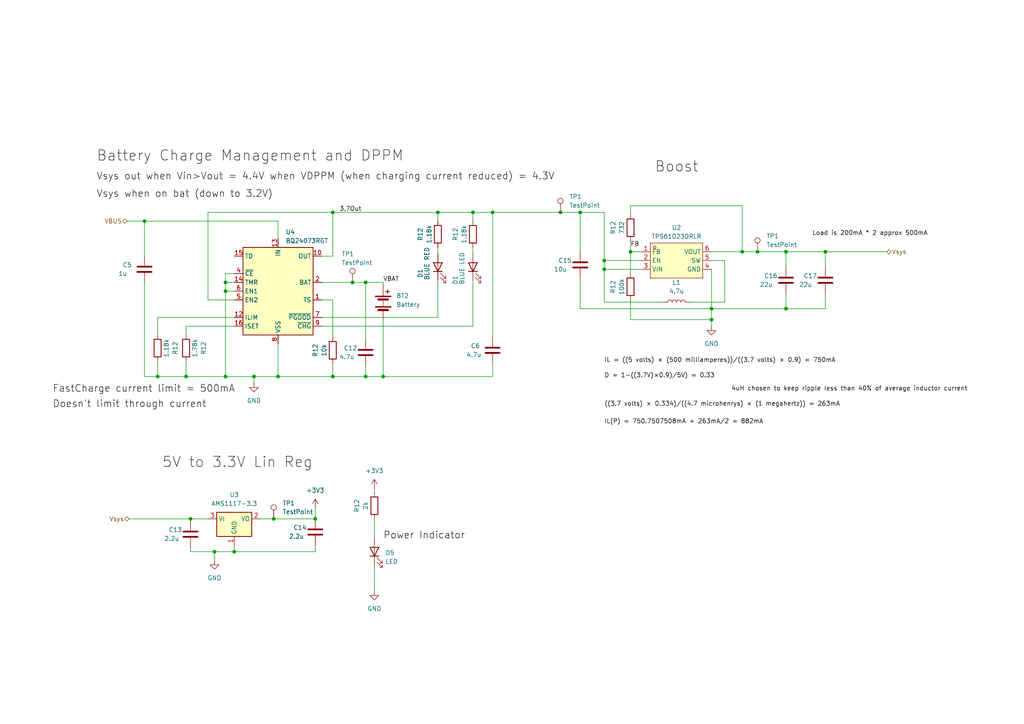
<source format=kicad_sch>
(kicad_sch (version 20230121) (generator eeschema)
  (paper "A4")
  (lib_symbols
    (symbol "Battery_Management:BQ24073RGT"
      (property "Reference" "U" (at -8.89 13.97 0))
      (property "Value" "BQ24073RGT" (at 16.51 13.97 0))
      (symbol "BQ24073RGT_0_1"
        (rectangle (start -10.16 12.7) (end 10.16 -12.7) (stroke (width 0.254)) (fill (type background)))
      )
      (symbol "BQ24073RGT_1_1"
        (pin passive line (at 12.7 -2.54 180) (length 2.54) (name "TS") (number "1"))
        (pin power_out line (at 12.7 10.16 180) (length 2.54) (name "OUT") (number "10"))
        (pin passive line (at 12.7 10.16 180) (length 2.54) hide (name "OUT") (number "11"))
        (pin passive line (at -12.7 -7.62 0) (length 2.54) (name "ILIM") (number "12"))
        (pin power_in line (at 0 15.24 270) (length 2.54) (name "IN") (number "13"))
        (pin input line (at -12.7 2.54 0) (length 2.54) (name "TMR") (number "14"))
        (pin input line (at -12.7 10.16 0) (length 2.54) (name "TD") (number "15"))
        (pin passive line (at -12.7 -10.16 0) (length 2.54) (name "ISET") (number "16"))
        (pin passive line (at 0 -15.24 90) (length 2.54) hide (name "VSS") (number "17"))
        (pin power_out line (at 12.7 2.54 180) (length 2.54) (name "BAT") (number "2"))
        (pin passive line (at 12.7 2.54 180) (length 2.54) hide (name "BAT") (number "3"))
        (pin input line (at -12.7 5.08 0) (length 2.54) (name "~{CE}") (number "4"))
        (pin input line (at -12.7 -2.54 0) (length 2.54) (name "EN2") (number "5"))
        (pin input line (at -12.7 0 0) (length 2.54) (name "EN1") (number "6"))
        (pin open_collector line (at 12.7 -7.62 180) (length 2.54) (name "~{PGOOD}") (number "7"))
        (pin power_in line (at 0 -15.24 90) (length 2.54) (name "VSS") (number "8"))
        (pin open_collector line (at 12.7 -10.16 180) (length 2.54) (name "~{CHG}") (number "9"))
      )
    )
    (symbol "Connector:TestPoint" (pin_numbers hide) (pin_names (offset 0.762) hide)
      (property "Reference" "TP" (at 0 6.858 0))
      (property "Value" "TestPoint" (at 0 5.08 0))
      (symbol "TestPoint_0_1"
        (circle (center 0 3.302) (radius 0.762))
      )
      (symbol "TestPoint_1_1"
        (pin passive line (at 0 0 90) (length 2.54) (name "1") (number "1"))
      )
    )
    (symbol "Device:Battery" (pin_numbers hide) (pin_names (offset 0) hide)
      (property "Reference" "BT" (at 2.54 2.54 0))
      (property "Value" "Battery" (at 2.54 0 0))
      (symbol "Battery_0_1"
        (rectangle (start -2.286 -1.27) (end 2.286 -1.524) (fill (type outline)))
        (rectangle (start -2.286 1.778) (end 2.286 1.524) (fill (type outline)))
        (rectangle (start -1.524 -2.032) (end 1.524 -2.54) (fill (type outline)))
        (rectangle (start -1.524 1.016) (end 1.524 0.508) (fill (type outline)))
        (polyline (pts (xy 0 -1.016) (xy 0 -0.762)))
        (polyline (pts (xy 0 -0.508) (xy 0 -0.254)))
        (polyline (pts (xy 0 0) (xy 0 0.254)))
        (polyline (pts (xy 0 1.778) (xy 0 2.54)))
        (polyline (pts (xy 0.762 3.048) (xy 1.778 3.048)) (stroke (width 0.254)))
        (polyline (pts (xy 1.27 3.556) (xy 1.27 2.54)) (stroke (width 0.254)))
      )
      (symbol "Battery_1_1"
        (pin passive line (at 0 5.08 270) (length 2.54) (name "+") (number "1"))
        (pin passive line (at 0 -5.08 90) (length 2.54) (name "-") (number "2"))
      )
    )
    (symbol "Device:C" (pin_numbers hide) (pin_names (offset 0.254))
      (property "Reference" "C" (at 0.635 2.54 0))
      (property "Value" "C" (at 0.635 -2.54 0))
      (symbol "C_0_1"
        (polyline (pts (xy -2.032 -0.762) (xy 2.032 -0.762)) (stroke (width 0.508)))
        (polyline (pts (xy -2.032 0.762) (xy 2.032 0.762)) (stroke (width 0.508)))
      )
      (symbol "C_1_1"
        (pin passive line (at 0 3.81 270) (length 2.794) (name "~") (number "1"))
        (pin passive line (at 0 -3.81 90) (length 2.794) (name "~") (number "2"))
      )
    )
    (symbol "Device:L" (pin_numbers hide) (pin_names (offset 1.016) hide)
      (property "Reference" "L" (at -1.27 0 90))
      (property "Value" "L" (at 1.905 0 90))
      (symbol "L_0_1"
        (arc (start 0 -2.54) (mid 0.6323 -1.905) (end 0 -1.27))
        (arc (start 0 -1.27) (mid 0.6323 -0.635) (end 0 0))
        (arc (start 0 0) (mid 0.6323 0.635) (end 0 1.27))
        (arc (start 0 1.27) (mid 0.6323 1.905) (end 0 2.54))
      )
      (symbol "L_1_1"
        (pin passive line (at 0 3.81 270) (length 1.27) (name "1") (number "1"))
        (pin passive line (at 0 -3.81 90) (length 1.27) (name "2") (number "2"))
      )
    )
    (symbol "Device:LED" (pin_numbers hide) (pin_names (offset 1.016) hide)
      (property "Reference" "D" (at 0 2.54 0))
      (property "Value" "LED" (at 0 -2.54 0))
      (symbol "LED_0_1"
        (polyline (pts (xy -1.27 -1.27) (xy -1.27 1.27)) (stroke (width 0.254)))
        (polyline (pts (xy -1.27 0) (xy 1.27 0)))
        (polyline (pts (xy 1.27 -1.27) (xy 1.27 1.27) (xy -1.27 0) (xy 1.27 -1.27)) (stroke (width 0.254)))
        (polyline (pts (xy -3.048 -0.762) (xy -4.572 -2.286) (xy -3.81 -2.286) (xy -4.572 -2.286) (xy -4.572 -1.524)))
        (polyline (pts (xy -1.778 -0.762) (xy -3.302 -2.286) (xy -2.54 -2.286) (xy -3.302 -2.286) (xy -3.302 -1.524)))
      )
      (symbol "LED_1_1"
        (pin passive line (at -3.81 0 0) (length 2.54) (name "K") (number "1"))
        (pin passive line (at 3.81 0 180) (length 2.54) (name "A") (number "2"))
      )
    )
    (symbol "Device:R" (pin_numbers hide) (pin_names (offset 0))
      (property "Reference" "R" (at 2.032 0 90))
      (property "Value" "R" (at 0 0 90))
      (symbol "R_0_1"
        (rectangle (start -1.016 -2.54) (end 1.016 2.54) (stroke (width 0.254)))
      )
      (symbol "R_1_1"
        (pin passive line (at 0 3.81 270) (length 1.27) (name "~") (number "1"))
        (pin passive line (at 0 -3.81 90) (length 1.27) (name "~") (number "2"))
      )
    )
    (symbol "Regulator_Linear:AMS1117-3.3"
      (property "Reference" "U" (at -3.81 3.175 0))
      (property "Value" "AMS1117-3.3" (at 0 3.175 0))
      (symbol "AMS1117-3.3_0_1"
        (rectangle (start -5.08 -5.08) (end 5.08 1.905) (stroke (width 0.254)) (fill (type background)))
      )
      (symbol "AMS1117-3.3_1_1"
        (pin power_in line (at 0 -7.62 90) (length 2.54) (name "GND") (number "1"))
        (pin power_out line (at 7.62 0 180) (length 2.54) (name "VO") (number "2"))
        (pin power_in line (at -7.62 0 0) (length 2.54) (name "VI") (number "3"))
      )
    )
    (symbol "easyeda2kicad:TPS61023DRLR"
      (property "Reference" "U" (at 0 7.62 0))
      (property "Value" "TPS61023DRLR" (at 0 -7.62 0))
      (symbol "TPS61023DRLR_0_1"
        (rectangle (start -7.62 5.08) (end 7.62 -5.08) (fill (type background)))
        (circle (center -6.35 3.81) (radius 0.38))
        (pin unspecified line (at -10.16 2.54 0) (length 2.54) (name "FB") (number "1"))
        (pin unspecified line (at -10.16 0 0) (length 2.54) (name "EN") (number "2"))
        (pin unspecified line (at -10.16 -2.54 0) (length 2.54) (name "VIN") (number "3"))
        (pin unspecified line (at 10.16 -2.54 180) (length 2.54) (name "GND") (number "4"))
        (pin unspecified line (at 10.16 0 180) (length 2.54) (name "SW") (number "5"))
        (pin unspecified line (at 10.16 2.54 180) (length 2.54) (name "VOUT") (number "6"))
      )
    )
    (symbol "power:+3V3" (power) (pin_names (offset 0))
      (property "Value" "+3V3" (at 0 3.556 0))
      (symbol "+3V3_0_1"
        (polyline (pts (xy -0.762 1.27) (xy 0 2.54)))
        (polyline (pts (xy 0 0) (xy 0 2.54)))
        (polyline (pts (xy 0 2.54) (xy 0.762 1.27)))
      )
      (symbol "+3V3_1_1"
        (pin power_in line (at 0 0 90) (length 0) hide (name "+3V3") (number "1"))
      )
    )
    (symbol "power:GND" (power) (pin_names (offset 0))
      (property "Value" "GND" (at 0 -3.81 0))
      (symbol "GND_0_1"
        (polyline (pts (xy 0 0) (xy 0 -1.27) (xy 1.27 -1.27) (xy 0 -2.54) (xy -1.27 -1.27) (xy 0 -1.27)))
      )
      (symbol "GND_1_1"
        (pin power_in line (at 0 0 270) (length 0) hide (name "GND") (number "1"))
      )
    )
  )
  (junction (at 53.975 109.22))
  (junction (at 227.965 73.025))
  (junction (at 106.045 109.22))
  (junction (at 127 61.595))
  (junction (at 106.045 81.915))
  (junction (at 41.91 64.135))
  (junction (at 206.375 92.71))
  (junction (at 67.945 160.02))
  (junction (at 73.66 109.22))
  (junction (at 55.245 150.495))
  (junction (at 96.52 61.595))
  (junction (at 65.405 109.22))
  (junction (at 65.405 81.915))
  (junction (at 162.56 61.595))
  (junction (at 137.16 61.595))
  (junction (at 65.405 84.455))
  (junction (at 175.26 75.565))
  (junction (at 175.26 78.105))
  (junction (at 168.275 61.595))
  (junction (at 219.71 73.025))
  (junction (at 45.72 109.22))
  (junction (at 80.645 109.22))
  (junction (at 79.375 150.495))
  (junction (at 227.965 89.535))
  (junction (at 215.265 73.025))
  (junction (at 91.44 150.495))
  (junction (at 182.88 73.025))
  (junction (at 96.52 109.22))
  (junction (at 142.875 61.595))
  (junction (at 239.395 73.025))
  (junction (at 62.23 160.02))
  (junction (at 102.235 81.915))
  (junction (at 206.375 89.535))
  (junction (at 111.125 109.22))
  (wire (pts (xy 182.88 92.71) (xy 206.375 92.71)))
  (wire (pts (xy 137.16 61.595) (xy 142.875 61.595)))
  (wire (pts (xy 137.16 64.135) (xy 137.16 61.595)))
  (wire (pts (xy 62.23 160.02) (xy 62.23 162.56)))
  (wire (pts (xy 106.045 98.425) (xy 106.045 81.915)))
  (wire (pts (xy 41.91 64.135) (xy 41.91 74.295)))
  (wire (pts (xy 91.44 160.02) (xy 91.44 158.115)))
  (wire (pts (xy 175.26 78.105) (xy 186.055 78.105)))
  (wire (pts (xy 79.375 150.495) (xy 91.44 150.495)))
  (wire (pts (xy 65.405 109.22) (xy 73.66 109.22)))
  (wire (pts (xy 182.88 73.025) (xy 182.88 79.375)))
  (wire (pts (xy 60.325 86.995) (xy 60.325 61.595)))
  (wire (pts (xy 175.26 75.565) (xy 186.055 75.565)))
  (wire (pts (xy 182.88 59.69) (xy 215.265 59.69)))
  (wire (pts (xy 55.245 150.495) (xy 60.325 150.495)))
  (wire (pts (xy 162.56 61.595) (xy 168.275 61.595)))
  (wire (pts (xy 111.125 82.55) (xy 111.125 81.915)))
  (wire (pts (xy 239.395 89.535) (xy 227.965 89.535)))
  (wire (pts (xy 168.275 61.595) (xy 168.275 73.025)))
  (wire (pts (xy 182.88 69.85) (xy 182.88 73.025)))
  (wire (pts (xy 53.975 104.775) (xy 53.975 109.22)))
  (wire (pts (xy 127 73.66) (xy 127 71.755)))
  (wire (pts (xy 106.045 106.045) (xy 106.045 109.22)))
  (wire (pts (xy 41.91 81.915) (xy 41.91 109.22)))
  (wire (pts (xy 45.72 92.075) (xy 67.945 92.075)))
  (wire (pts (xy 206.375 92.71) (xy 206.375 94.615)))
  (wire (pts (xy 96.52 105.41) (xy 96.52 109.22)))
  (wire (pts (xy 175.26 61.595) (xy 175.26 75.565)))
  (wire (pts (xy 36.83 64.135) (xy 41.91 64.135)))
  (wire (pts (xy 93.345 86.995) (xy 96.52 86.995)))
  (wire (pts (xy 67.945 79.375) (xy 65.405 79.375)))
  (wire (pts (xy 96.52 109.22) (xy 106.045 109.22)))
  (wire (pts (xy 67.945 84.455) (xy 65.405 84.455)))
  (wire (pts (xy 142.875 109.22) (xy 111.125 109.22)))
  (wire (pts (xy 55.245 160.02) (xy 62.23 160.02)))
  (wire (pts (xy 168.275 89.535) (xy 168.275 80.645)))
  (wire (pts (xy 200.025 87.63) (xy 210.185 87.63)))
  (wire (pts (xy 175.26 87.63) (xy 192.405 87.63)))
  (wire (pts (xy 102.235 81.915) (xy 106.045 81.915)))
  (wire (pts (xy 215.265 73.025) (xy 219.71 73.025)))
  (wire (pts (xy 227.965 85.09) (xy 227.965 89.535)))
  (wire (pts (xy 65.405 84.455) (xy 65.405 109.22)))
  (wire (pts (xy 96.52 97.79) (xy 96.52 86.995)))
  (wire (pts (xy 65.405 79.375) (xy 65.405 81.915)))
  (wire (pts (xy 53.975 94.615) (xy 53.975 97.155)))
  (wire (pts (xy 142.875 61.595) (xy 142.875 97.79)))
  (wire (pts (xy 45.72 109.22) (xy 53.975 109.22)))
  (wire (pts (xy 60.325 61.595) (xy 96.52 61.595)))
  (wire (pts (xy 80.645 109.22) (xy 96.52 109.22)))
  (wire (pts (xy 182.88 73.025) (xy 186.055 73.025)))
  (wire (pts (xy 127 61.595) (xy 127 64.135)))
  (wire (pts (xy 67.945 94.615) (xy 53.975 94.615)))
  (wire (pts (xy 91.44 150.495) (xy 91.44 147.32)))
  (wire (pts (xy 127 61.595) (xy 137.16 61.595)))
  (wire (pts (xy 108.585 163.83) (xy 108.585 171.45)))
  (wire (pts (xy 215.265 59.69) (xy 215.265 73.025)))
  (wire (pts (xy 175.26 75.565) (xy 175.26 78.105)))
  (wire (pts (xy 73.66 109.22) (xy 73.66 111.125)))
  (wire (pts (xy 227.965 77.47) (xy 227.965 73.025)))
  (wire (pts (xy 106.045 81.915) (xy 111.125 81.915)))
  (wire (pts (xy 175.26 87.63) (xy 175.26 78.105)))
  (wire (pts (xy 257.175 73.025) (xy 239.395 73.025)))
  (wire (pts (xy 239.395 77.47) (xy 239.395 73.025)))
  (wire (pts (xy 73.66 109.22) (xy 80.645 109.22)))
  (wire (pts (xy 80.645 64.135) (xy 80.645 69.215)))
  (wire (pts (xy 67.945 160.02) (xy 67.945 158.115)))
  (wire (pts (xy 45.72 104.775) (xy 45.72 109.22)))
  (wire (pts (xy 96.52 61.595) (xy 127 61.595)))
  (wire (pts (xy 55.245 151.13) (xy 55.245 150.495)))
  (wire (pts (xy 53.975 109.22) (xy 65.405 109.22)))
  (wire (pts (xy 206.375 89.535) (xy 206.375 92.71)))
  (wire (pts (xy 239.395 73.025) (xy 227.965 73.025)))
  (wire (pts (xy 206.375 89.535) (xy 227.965 89.535)))
  (wire (pts (xy 239.395 85.09) (xy 239.395 89.535)))
  (wire (pts (xy 127 81.28) (xy 127 92.075)))
  (wire (pts (xy 137.16 73.66) (xy 137.16 71.755)))
  (wire (pts (xy 45.72 97.155) (xy 45.72 92.075)))
  (wire (pts (xy 111.125 92.71) (xy 111.125 109.22)))
  (wire (pts (xy 67.945 160.02) (xy 91.44 160.02)))
  (wire (pts (xy 206.375 78.105) (xy 206.375 89.535)))
  (wire (pts (xy 37.465 150.495) (xy 55.245 150.495)))
  (wire (pts (xy 75.565 150.495) (xy 79.375 150.495)))
  (wire (pts (xy 93.345 94.615) (xy 137.16 94.615)))
  (wire (pts (xy 67.945 86.995) (xy 60.325 86.995)))
  (wire (pts (xy 210.185 75.565) (xy 206.375 75.565)))
  (wire (pts (xy 96.52 61.595) (xy 96.52 74.295)))
  (wire (pts (xy 108.585 150.495) (xy 108.585 156.21)))
  (wire (pts (xy 62.23 160.02) (xy 67.945 160.02)))
  (wire (pts (xy 106.045 109.22) (xy 111.125 109.22)))
  (wire (pts (xy 108.585 141.605) (xy 108.585 142.875)))
  (wire (pts (xy 93.345 92.075) (xy 127 92.075)))
  (wire (pts (xy 80.645 99.695) (xy 80.645 109.22)))
  (wire (pts (xy 65.405 84.455) (xy 65.405 81.915)))
  (wire (pts (xy 93.345 74.295) (xy 96.52 74.295)))
  (wire (pts (xy 137.16 81.28) (xy 137.16 94.615)))
  (wire (pts (xy 93.345 81.915) (xy 102.235 81.915)))
  (wire (pts (xy 168.275 89.535) (xy 206.375 89.535)))
  (wire (pts (xy 142.875 61.595) (xy 162.56 61.595)))
  (wire (pts (xy 41.91 109.22) (xy 45.72 109.22)))
  (wire (pts (xy 55.245 160.02) (xy 55.245 158.75)))
  (wire (pts (xy 182.88 59.69) (xy 182.88 62.23)))
  (wire (pts (xy 65.405 81.915) (xy 67.945 81.915)))
  (wire (pts (xy 142.875 105.41) (xy 142.875 109.22)))
  (wire (pts (xy 210.185 87.63) (xy 210.185 75.565)))
  (wire (pts (xy 215.265 73.025) (xy 206.375 73.025)))
  (wire (pts (xy 227.965 73.025) (xy 219.71 73.025)))
  (wire (pts (xy 182.88 86.995) (xy 182.88 92.71)))
  (wire (pts (xy 41.91 64.135) (xy 80.645 64.135)))
  (wire (pts (xy 168.275 61.595) (xy 175.26 61.595)))
  (label "Boost" (at 189.865 50.8 0) (effects (font (size 3 3))))
  (label "Power Indicator" (at 111.125 156.845 0) (effects (font (size 2 2))))
  (label "Doesn't limit through current" (at 15.24 118.745 0) (effects (font (size 2 2))))
  (label "4uH chosen to keep ripple less than 40% of average inductor current" (at 212.09 113.665 0))
  (label "FastCharge current limit = 500mA" (at 15.24 114.3 0) (effects (font (size 2 2))))
  (label "((3.7 volts) × 0.334){slash}((4.7 microhenrys) × (1 megahertz)) = 263mA" (at 175.26 118.11 0))
  (label "Vsys when on bat (down to 3.2V)" (at 27.94 57.785 0) (effects (font (size 2 2))))
  (label "5V to 3.3V Lin Reg" (at 46.99 136.525 0) (effects (font (size 3 3))))
  (label "VBAT" (at 111.125 81.915 0))
  (label "Battery Charge Management and DPPM" (at 27.94 47.625 0) (effects (font (size 3 3))))
  (label "D = 1−((3.7V)×0.9){slash}5V) = 0.33" (at 175.26 109.855 0))
  (label "IL(P) = 750.750 750 8 mA + 263mA{slash}2 = 882mA" (at 175.26 123.19 0))
  (label "Load is 200mA * 2 approx 500mA" (at 235.585 68.58 0))
  (label "3.7Out" (at 98.425 61.595 0))
  (label "FB" (at 182.88 71.755 0))
  (label "Vsys out when Vin>Vout = 4.4V when VDPPM (when charging current reduced) = 4.3V" (at 27.94 52.705 0) (effects (font (size 2 2))))
  (label "IL = ((5 volts) × (500 milliamperes)){slash}((3.7 volts) × 0.9) = 750mA" (at 175.26 105.41 0))
  (hierarchical_label "VBUS" (shape bidirectional) (at 36.83 64.135 180))
  (hierarchical_label "Vsys" (shape bidirectional) (at 257.175 73.025 0))
  (hierarchical_label "Vsys" (shape bidirectional) (at 37.465 150.495 180))
  (symbol (lib_id "Device:LED") (at 108.585 160.02 90) (unit 1)
    (property "Reference" "D5" (at 111.76 160.3375 90) (effects (justify right)))
    (property "Value" "LED" (at 111.76 162.8775 90) (effects (justify right)))
    (property "Footprint" "LED_SMD:LED_0603_1608Metric_Pad1.05x0.95mm_HandSolder" (effects hide))
  )
  (symbol (lib_id "Device:L") (at 196.215 87.63 90) (unit 1)
    (property "Reference" "L1" (at 196.215 81.915 90))
    (property "Value" "4.7u" (at 196.215 84.455 90))
    (property "Footprint" "easyeda2kicad:IND-SMD_L5.2-W5.2_YSPI0530" (effects hide))
    (property "LCSC Part" "C2836880" (effects hide))
  )
  (symbol (lib_id "Device:R") (at 53.975 100.965 0) (unit 1)
    (property "Reference" "R12" (at 59.055 100.965 90))
    (property "Value" "1.78k" (at 56.515 100.965 90))
    (property "Footprint" "Resistor_SMD:R_0402_1005Metric_Pad0.72x0.64mm_HandSolder" (effects hide))
    (property "LCSC Part" "C5121514" (effects hide))
    (instances (project "Combine" (path "" (reference "R12") (unit 1))) (project "Dock" (path "" (reference "R12") (unit 1)) (path "" (reference "R14") (unit 1))) (project "BLEEarrings" (path "" (reference "R8") (unit 1)) (path "" (reference "R2") (unit 1))))
  )
  (symbol (lib_id "Connector:TestPoint") (at 102.235 81.915 0) (unit 1)
    (property "Reference" "TP1" (at 99.06 73.66 0) (effects (justify left)))
    (property "Value" "TestPoint" (at 99.06 76.2 0) (effects (justify left)))
    (property "Footprint" "TestPoint:TestPoint_Pad_D1.0mm" (effects hide))
    (instances (project "Combine" (path "" (reference "TP1") (unit 1))) (project "Dock" (path "" (reference "TP1") (unit 1)) (path "" (reference "TP8") (unit 1))))
  )
  (symbol (lib_id "Device:R") (at 137.16 67.945 180) (unit 1)
    (property "Reference" "R12" (at 132.08 67.945 90))
    (property "Value" "1.18k" (at 134.62 67.945 90))
    (property "Footprint" "Resistor_SMD:R_0402_1005Metric_Pad0.72x0.64mm_HandSolder" (effects hide))
    (property "LCSC Part" "C3016052" (effects hide))
    (instances (project "Combine" (path "" (reference "R12") (unit 1))) (project "Dock" (path "" (reference "R12") (unit 1)) (path "" (reference "R16") (unit 1))) (project "BLEEarrings" (path "" (reference "R8") (unit 1)) (path "" (reference "R2") (unit 1))))
  )
  (symbol (lib_id "Device:C") (at 106.045 102.235 0) (unit 1)
    (property "Reference" "C12" (at 99.695 100.965 0) (effects (justify left)))
    (property "Value" "4.7u" (at 98.425 103.505 0) (effects (justify left)))
    (property "Footprint" "Capacitor_SMD:C_0402_1005Metric_Pad0.74x0.62mm_HandSolder" (effects hide))
    (property "LCSC Part" "C307423 " (effects hide))
    (instances (project "Combine" (path "" (reference "C12") (unit 1))) (project "Dock" (path "" (reference "C12") (unit 1))) (project "BLEEarrings" (path "" (reference "C2") (unit 1)) (path "" (reference "C18") (unit 1))))
  )
  (symbol (lib_id "Device:C") (at 239.395 81.28 0) (unit 1)
    (property "Reference" "C17" (at 233.045 80.01 0) (effects (justify left)))
    (property "Value" "22u" (at 231.775 82.55 0) (effects (justify left)))
    (property "Footprint" "Capacitor_SMD:C_0603_1608Metric_Pad1.08x0.95mm_HandSolder" (effects hide))
    (property "LCSC Part" "C59461" (effects hide))
    (instances (project "Combine" (path "" (reference "C17") (unit 1))) (project "Dock" (path "" (reference "C17") (unit 1))) (project "BLEEarrings" (path "" (reference "C2") (unit 1)) (path "" (reference "C18") (unit 1))))
  )
  (symbol (lib_id "Device:C") (at 55.245 154.94 0) (unit 1)
    (property "Reference" "C13" (at 48.895 153.67 0) (effects (justify left)))
    (property "Value" "2.2u" (at 47.625 156.21 0) (effects (justify left)))
    (property "Footprint" "Capacitor_SMD:C_0402_1005Metric_Pad0.74x0.62mm_HandSolder" (effects hide))
    (property "LCSC Part" "C12530" (effects hide))
    (instances (project "Combine" (path "" (reference "C13") (unit 1))) (project "Dock" (path "" (reference "C13") (unit 1))) (project "BLEEarrings" (path "" (reference "C2") (unit 1)) (path "" (reference "C18") (unit 1))))
  )
  (symbol (lib_id "Device:C") (at 227.965 81.28 0) (unit 1)
    (property "Reference" "C16" (at 221.615 80.01 0) (effects (justify left)))
    (property "Value" "22u" (at 220.345 82.55 0) (effects (justify left)))
    (property "Footprint" "Capacitor_SMD:C_0603_1608Metric_Pad1.08x0.95mm_HandSolder" (effects hide))
    (property "LCSC Part" "C59461" (effects hide))
    (instances (project "Combine" (path "" (reference "C16") (unit 1))) (project "Dock" (path "" (reference "C16") (unit 1))) (project "BLEEarrings" (path "" (reference "C2") (unit 1)) (path "" (reference "C18") (unit 1))))
  )
  (symbol (lib_id "Connector:TestPoint") (at 162.56 61.595 0) (unit 1)
    (property "Reference" "TP1" (at 165.1 57.023 0) (effects (justify left)))
    (property "Value" "TestPoint" (at 165.1 59.563 0) (effects (justify left)))
    (property "Footprint" "TestPoint:TestPoint_Pad_D1.0mm" (effects hide))
    (instances (project "Combine" (path "" (reference "TP1") (unit 1))) (project "Dock" (path "" (reference "TP1") (unit 1)) (path "" (reference "TP7") (unit 1))))
  )
  (symbol (lib_id "power:GND") (at 108.585 171.45 0) (unit 1)
    (property "Reference" "#PWR023" (effects hide))
    (property "Value" "GND" (at 108.585 176.53 0))
    (instances (project "Combine" (path "" (reference "#PWR023") (unit 1))) (project "Dock" (path "" (reference "#PWR023") (unit 1))) (project "BLEEarrings" (path "" (reference "#PWR04") (unit 1)) (path "" (reference "#PWR04") (unit 1))))
  )
  (symbol (lib_id "Device:LED") (at 127 77.47 90) (unit 1)
    (property "Reference" "D1" (at 121.92 80.645 0) (effects (justify left)))
    (property "Value" "BLUE RED" (at 123.825 81.28 0) (effects (justify left)))
    (property "Footprint" "easyeda2kicad:SideStuckLED" (effects hide))
    (property "LCSC Part" "C389517" (effects hide))
    (instances (project "Combine" (path "" (reference "D1") (unit 1))) (project "Dock" (path "" (reference "D1") (unit 1)) (path "" (reference "D4") (unit 1))))
  )
  (symbol (lib_id "Device:R") (at 182.88 83.185 180) (unit 1)
    (property "Reference" "R12" (at 177.8 83.185 90))
    (property "Value" "100k" (at 180.34 83.185 90))
    (property "Footprint" "Resistor_SMD:R_0402_1005Metric_Pad0.72x0.64mm_HandSolder" (effects hide))
    (property "LCSC Part" "C60491 " (effects hide))
    (instances (project "Combine" (path "" (reference "R12") (unit 1))) (project "Dock" (path "" (reference "R12") (unit 1)) (path "" (reference "R19") (unit 1))) (project "BLEEarrings" (path "" (reference "R8") (unit 1)) (path "" (reference "R2") (unit 1))))
  )
  (symbol (lib_id "power:+3V3") (at 91.44 147.32 0) (unit 1)
    (property "Reference" "#PWR025" (effects hide))
    (property "Value" "+3V3" (at 91.44 142.24 0))
  )
  (symbol (lib_id "easyeda2kicad:TPS61023DRLR") (at 196.215 75.565 0) (unit 1)
    (property "Reference" "U2" (at 196.215 66.04 0))
    (property "Value" "TPS61023DRLR" (at 196.215 68.58 0))
    (property "Footprint" "easyeda2kicad:SOT-563_L1.6-W1.2-P0.50-LS1.6-BR" (effects hide))
    (property "LCSC Part" "C919459" (effects hide))
  )
  (symbol (lib_id "Device:C") (at 168.275 76.835 0) (unit 1)
    (property "Reference" "C15" (at 161.925 75.565 0) (effects (justify left)))
    (property "Value" "10u" (at 160.655 78.105 0) (effects (justify left)))
    (property "Footprint" "Capacitor_SMD:C_0402_1005Metric_Pad0.74x0.62mm_HandSolder" (effects hide))
    (property "LCSC Part" "C15525 " (effects hide))
    (instances (project "Combine" (path "" (reference "C15") (unit 1))) (project "Dock" (path "" (reference "C15") (unit 1))) (project "BLEEarrings" (path "" (reference "C2") (unit 1)) (path "" (reference "C18") (unit 1))))
  )
  (symbol (lib_id "Device:Battery") (at 111.125 87.63 0) (unit 1)
    (property "Reference" "BT2" (at 114.935 85.7885 0) (effects (justify left)))
    (property "Value" "Battery" (at 114.935 88.3285 0) (effects (justify left)))
    (property "Footprint" "easyeda2kicad:CONN-TH_S2B-PH-K-S-LF-SN" (effects hide))
    (property "LCSC Part" "C173752 " (effects hide))
  )
  (symbol (lib_id "Device:LED") (at 137.16 77.47 90) (unit 1)
    (property "Reference" "D1" (at 132.08 82.55 0) (effects (justify left)))
    (property "Value" "BLUE LED" (at 133.985 82.55 0) (effects (justify left)))
    (property "Footprint" "easyeda2kicad:SideStuckLED" (effects hide))
    (property "LCSC Part" "C7371904 " (effects hide))
    (instances (project "Combine" (path "" (reference "D1") (unit 1))) (project "Dock" (path "" (reference "D1") (unit 1)) (path "" (reference "D3") (unit 1))))
  )
  (symbol (lib_id "Device:C") (at 142.875 101.6 0) (unit 1)
    (property "Reference" "C6" (at 136.525 100.33 0) (effects (justify left)))
    (property "Value" "4.7u" (at 135.255 102.87 0) (effects (justify left)))
    (property "Footprint" "Capacitor_SMD:C_0402_1005Metric_Pad0.74x0.62mm_HandSolder" (effects hide))
    (property "LCSC Part" "C307423 " (effects hide))
    (instances (project "Combine" (path "" (reference "C6") (unit 1))) (project "Dock" (path "" (reference "C6") (unit 1))) (project "BLEEarrings" (path "" (reference "C2") (unit 1)) (path "" (reference "C18") (unit 1))))
  )
  (symbol (lib_id "power:GND") (at 62.23 162.56 0) (unit 1)
    (property "Reference" "#PWR024" (effects hide))
    (property "Value" "GND" (at 62.23 167.64 0))
    (instances (project "Combine" (path "" (reference "#PWR024") (unit 1))) (project "Dock" (path "" (reference "#PWR024") (unit 1))) (project "BLEEarrings" (path "" (reference "#PWR04") (unit 1)) (path "" (reference "#PWR04") (unit 1))))
  )
  (symbol (lib_id "Device:R") (at 96.52 101.6 180) (unit 1)
    (property "Reference" "R12" (at 91.44 101.6 90))
    (property "Value" "10k" (at 93.98 101.6 90))
    (property "Footprint" "Resistor_SMD:R_0402_1005Metric_Pad0.72x0.64mm_HandSolder" (effects hide))
    (property "LCSC Part" "C60490 " (effects hide))
    (instances (project "Combine" (path "" (reference "R12") (unit 1))) (project "Dock" (path "" (reference "R12") (unit 1)) (path "" (reference "R18") (unit 1))) (project "BLEEarrings" (path "" (reference "R8") (unit 1)) (path "" (reference "R2") (unit 1))))
  )
  (symbol (lib_id "Connector:TestPoint") (at 79.375 150.495 0) (unit 1)
    (property "Reference" "TP1" (at 81.915 145.923 0) (effects (justify left)))
    (property "Value" "TestPoint" (at 81.915 148.463 0) (effects (justify left)))
    (property "Footprint" "TestPoint:TestPoint_Pad_D1.0mm" (effects hide))
    (instances (project "Combine" (path "" (reference "TP1") (unit 1))) (project "Dock" (path "" (reference "TP1") (unit 1)) (path "" (reference "TP10") (unit 1))))
  )
  (symbol (lib_id "Connector:TestPoint") (at 219.71 73.025 0) (unit 1)
    (property "Reference" "TP1" (at 222.25 68.453 0) (effects (justify left)))
    (property "Value" "TestPoint" (at 222.25 70.993 0) (effects (justify left)))
    (property "Footprint" "TestPoint:TestPoint_Pad_D1.0mm" (effects hide))
    (instances (project "Combine" (path "" (reference "TP1") (unit 1))) (project "Dock" (path "" (reference "TP1") (unit 1)) (path "" (reference "TP6") (unit 1))))
  )
  (symbol (lib_id "Battery_Management:BQ24073RGT") (at 80.645 84.455 0) (unit 1)
    (property "Reference" "U4" (at 82.8391 67.31 0) (effects (justify left)))
    (property "Value" "BQ24073RGT" (at 82.8391 69.85 0) (effects (justify left)))
    (property "Footprint" "Package_DFN_QFN:VQFN-16-1EP_3x3mm_P0.5mm_EP1.6x1.6mm" (effects hide))
    (property "Datasheet" "http://www.ti.com/lit/ds/symlink/bq24073.pdf" (effects hide))
    (property "LCSC Part" "C15220 " (effects hide))
  )
  (symbol (lib_id "Device:R") (at 108.585 146.685 180) (unit 1)
    (property "Reference" "R12" (at 103.505 146.685 90))
    (property "Value" "2k" (at 106.045 146.685 90))
    (property "Footprint" "Resistor_SMD:R_0402_1005Metric_Pad0.72x0.64mm_HandSolder" (effects hide))
    (property "LCSC Part" "C3016052" (effects hide))
    (instances (project "Combine" (path "" (reference "R12") (unit 1))) (project "Dock" (path "" (reference "R12") (unit 1)) (path "" (reference "R21") (unit 1))) (project "BLEEarrings" (path "" (reference "R8") (unit 1)) (path "" (reference "R2") (unit 1))))
  )
  (symbol (lib_id "Device:C") (at 91.44 154.305 0) (unit 1)
    (property "Reference" "C14" (at 85.09 153.035 0) (effects (justify left)))
    (property "Value" "2.2u" (at 83.82 155.575 0) (effects (justify left)))
    (property "Footprint" "Capacitor_SMD:C_0402_1005Metric_Pad0.74x0.62mm_HandSolder" (effects hide))
    (property "LCSC Part" "C12530" (effects hide))
    (instances (project "Combine" (path "" (reference "C14") (unit 1))) (project "Dock" (path "" (reference "C14") (unit 1))) (project "BLEEarrings" (path "" (reference "C2") (unit 1)) (path "" (reference "C18") (unit 1))))
  )
  (symbol (lib_id "power:GND") (at 206.375 94.615 0) (unit 1)
    (property "Reference" "#PWR020" (effects hide))
    (property "Value" "GND" (at 206.375 99.695 0))
    (instances (project "Combine" (path "" (reference "#PWR020") (unit 1))) (project "Dock" (path "" (reference "#PWR020") (unit 1))) (project "BLEEarrings" (path "" (reference "#PWR04") (unit 1)) (path "" (reference "#PWR04") (unit 1))))
  )
  (symbol (lib_id "power:+3V3") (at 108.585 141.605 0) (unit 1)
    (property "Reference" "#PWR022" (effects hide))
    (property "Value" "+3V3" (at 108.585 136.525 0))
  )
  (symbol (lib_id "Device:C") (at 41.91 78.105 0) (unit 1)
    (property "Reference" "C5" (at 35.56 76.835 0) (effects (justify left)))
    (property "Value" "1u" (at 34.29 79.375 0) (effects (justify left)))
    (property "Footprint" "Capacitor_SMD:C_0402_1005Metric_Pad0.74x0.62mm_HandSolder" (effects hide))
    (property "LCSC Part" "C14445 " (effects hide))
    (instances (project "Combine" (path "" (reference "C5") (unit 1))) (project "Dock" (path "" (reference "C5") (unit 1))) (project "BLEEarrings" (path "" (reference "C2") (unit 1)) (path "" (reference "C18") (unit 1))))
  )
  (symbol (lib_id "Device:R") (at 182.88 66.04 180) (unit 1)
    (property "Reference" "R12" (at 177.8 66.04 90))
    (property "Value" "732" (at 180.34 66.04 90))
    (property "Footprint" "Resistor_SMD:R_0402_1005Metric_Pad0.72x0.64mm_HandSolder" (effects hide))
    (property "LCSC Part" "C137939" (effects hide))
    (instances (project "Combine" (path "" (reference "R12") (unit 1))) (project "Dock" (path "" (reference "R12") (unit 1)) (path "" (reference "R20") (unit 1))) (project "BLEEarrings" (path "" (reference "R8") (unit 1)) (path "" (reference "R2") (unit 1))))
  )
  (symbol (lib_id "Regulator_Linear:AMS1117-3.3") (at 67.945 150.495 0) (unit 1)
    (property "Reference" "U3" (at 67.945 143.51 0))
    (property "Value" "AMS1117-3.3" (at 67.945 146.05 0))
    (property "Footprint" "Package_TO_SOT_SMD:SOT-223-3_TabPin2" (effects hide))
    (property "Datasheet" "http://www.advanced-monolithic.com/pdf/ds1117.pdf" (effects hide))
    (property "LCSC Part" "N/A" (effects hide))
  )
  (symbol (lib_id "Device:R") (at 45.72 100.965 0) (unit 1)
    (property "Reference" "R12" (at 50.8 100.965 90))
    (property "Value" "1.18k" (at 48.26 100.965 90))
    (property "Footprint" "Resistor_SMD:R_0402_1005Metric_Pad0.72x0.64mm_HandSolder" (effects hide))
    (property "LCSC Part" "C3016052" (effects hide))
    (instances (project "Combine" (path "" (reference "R12") (unit 1))) (project "Dock" (path "" (reference "R12") (unit 1)) (path "" (reference "R15") (unit 1))) (project "BLEEarrings" (path "" (reference "R8") (unit 1)) (path "" (reference "R2") (unit 1))))
  )
  (symbol (lib_id "Device:R") (at 127 67.945 180) (unit 1)
    (property "Reference" "R12" (at 121.92 67.945 90))
    (property "Value" "1.18k" (at 124.46 67.945 90))
    (property "Footprint" "Resistor_SMD:R_0402_1005Metric_Pad0.72x0.64mm_HandSolder" (effects hide))
    (property "LCSC Part" "C3016052" (effects hide))
    (instances (project "Combine" (path "" (reference "R12") (unit 1))) (project "Dock" (path "" (reference "R12") (unit 1)) (path "" (reference "R17") (unit 1))) (project "BLEEarrings" (path "" (reference "R8") (unit 1)) (path "" (reference "R2") (unit 1))))
  )
  (symbol (lib_id "power:GND") (at 73.66 111.125 0) (unit 1)
    (property "Reference" "#PWR021" (effects hide))
    (property "Value" "GND" (at 73.66 116.205 0))
    (instances (project "Combine" (path "" (reference "#PWR021") (unit 1))) (project "Dock" (path "" (reference "#PWR021") (unit 1))) (project "BLEEarrings" (path "" (reference "#PWR04") (unit 1)) (path "" (reference "#PWR04") (unit 1))))
  )
)
</source>
